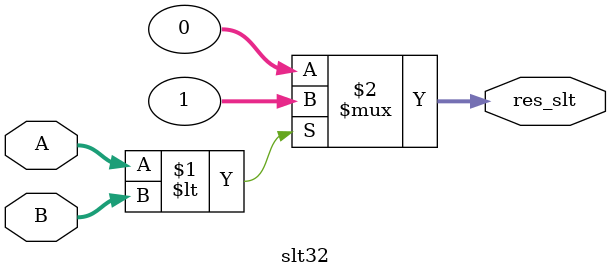
<source format=v>
`timescale 1ns / 1ps
module slt32(input [31:0]A,
				 input [31:0]B,
				 output [31:0]res_slt
    );
parameter one = 32'h00000001, zero_0 = 32'h00000000;
	assign res_slt=(A<B)? one:zero_0;

endmodule

</source>
